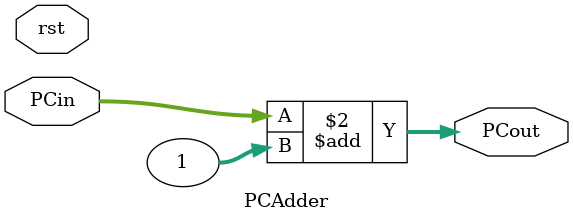
<source format=v>
module PCAdder( input [31:0] PCin,
                input rst,
                output reg [31:0] PCout);
    always @* begin
        PCout = PCin + 1;
    end
endmodule
</source>
